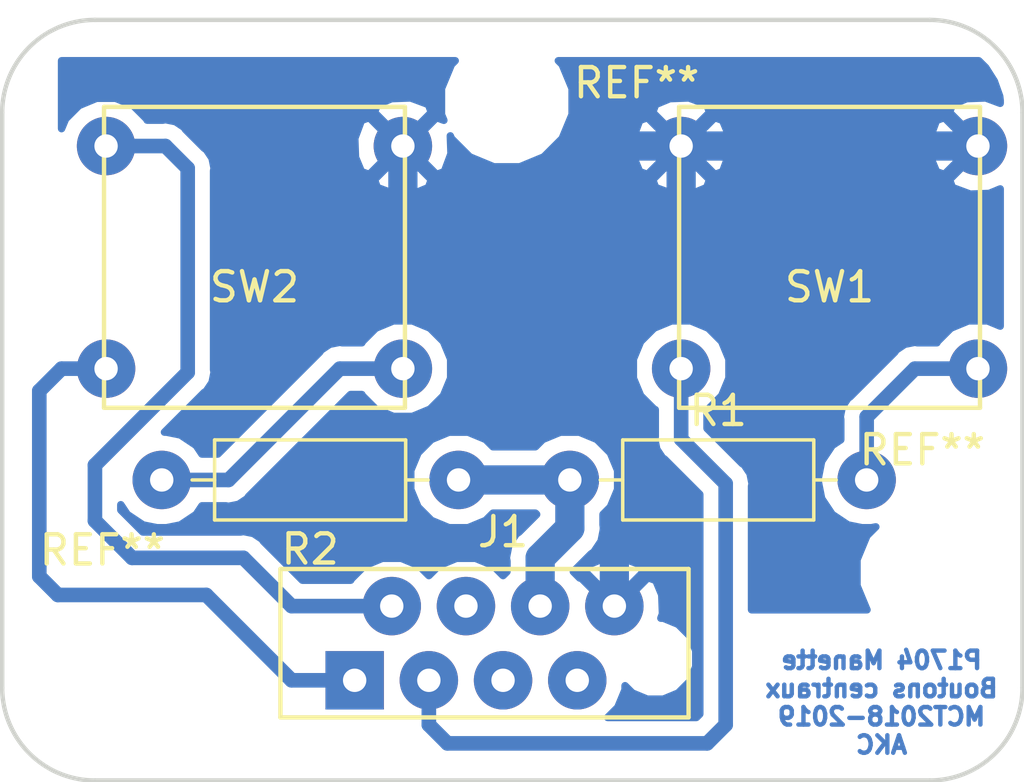
<source format=kicad_pcb>
(kicad_pcb (version 20171130) (host pcbnew "(5.0.0)")

  (general
    (thickness 1.6)
    (drawings 9)
    (tracks 48)
    (zones 0)
    (modules 8)
    (nets 11)
  )

  (page A4)
  (layers
    (0 F.Cu signal)
    (31 B.Cu signal)
    (32 B.Adhes user)
    (33 F.Adhes user)
    (34 B.Paste user)
    (35 F.Paste user)
    (36 B.SilkS user)
    (37 F.SilkS user)
    (38 B.Mask user)
    (39 F.Mask user)
    (40 Dwgs.User user hide)
    (41 Cmts.User user hide)
    (42 Eco1.User user hide)
    (43 Eco2.User user hide)
    (44 Edge.Cuts user)
    (45 Margin user hide)
    (46 B.CrtYd user hide)
    (47 F.CrtYd user hide)
    (48 B.Fab user hide)
    (49 F.Fab user hide)
  )

  (setup
    (last_trace_width 0.5)
    (trace_clearance 0.2)
    (zone_clearance 0.508)
    (zone_45_only no)
    (trace_min 0.2)
    (segment_width 0.2)
    (edge_width 0.15)
    (via_size 0.8)
    (via_drill 0.4)
    (via_min_size 0.4)
    (via_min_drill 0.3)
    (uvia_size 0.3)
    (uvia_drill 0.1)
    (uvias_allowed no)
    (uvia_min_size 0.2)
    (uvia_min_drill 0.1)
    (pcb_text_width 0.3)
    (pcb_text_size 1.5 1.5)
    (mod_edge_width 0.15)
    (mod_text_size 1 1)
    (mod_text_width 0.15)
    (pad_size 2 2)
    (pad_drill 0.8)
    (pad_to_mask_clearance 0.2)
    (aux_axis_origin 0 0)
    (grid_origin 113.919 121.412)
    (visible_elements 7FFFFFFF)
    (pcbplotparams
      (layerselection 0x010fc_ffffffff)
      (usegerberextensions false)
      (usegerberattributes false)
      (usegerberadvancedattributes false)
      (creategerberjobfile false)
      (excludeedgelayer true)
      (linewidth 0.100000)
      (plotframeref false)
      (viasonmask false)
      (mode 1)
      (useauxorigin false)
      (hpglpennumber 1)
      (hpglpenspeed 20)
      (hpglpendiameter 15.000000)
      (psnegative false)
      (psa4output false)
      (plotreference true)
      (plotvalue true)
      (plotinvisibletext false)
      (padsonsilk false)
      (subtractmaskfromsilk false)
      (outputformat 1)
      (mirror false)
      (drillshape 1)
      (scaleselection 1)
      (outputdirectory ""))
  )

  (net 0 "")
  (net 1 button_START)
  (net 2 button_SELECT)
  (net 3 GND)
  (net 4 "Net-(R1-Pad2)")
  (net 5 "Net-(R2-Pad2)")
  (net 6 Vcc)
  (net 7 Conn_LED_On)
  (net 8 "Net-(J1-Pad4)")
  (net 9 "Net-(J1-Pad5)")
  (net 10 "Net-(J1-Pad7)")

  (net_class Default "Ceci est la Netclass par défaut."
    (clearance 0.2)
    (trace_width 0.5)
    (via_dia 0.8)
    (via_drill 0.4)
    (uvia_dia 0.3)
    (uvia_drill 0.1)
    (add_net Conn_LED_On)
    (add_net GND)
    (add_net "Net-(J1-Pad4)")
    (add_net "Net-(J1-Pad5)")
    (add_net "Net-(J1-Pad7)")
    (add_net "Net-(R1-Pad2)")
    (add_net "Net-(R2-Pad2)")
    (add_net Vcc)
    (add_net button_SELECT)
    (add_net button_START)
  )

  (module MountingHole:MountingHole_3.2mm_M3 (layer F.Cu) (tedit 56D1B4CB) (tstamp 5CD78A76)
    (at 139.7 118.745)
    (descr "Mounting Hole 3.2mm, no annular, M3")
    (tags "mounting hole 3.2mm no annular m3")
    (attr virtual)
    (fp_text reference REF** (at 0 -4.2) (layer F.SilkS)
      (effects (font (size 1 1) (thickness 0.15)))
    )
    (fp_text value MountingHole_3.2mm_M3 (at 0 4.2) (layer F.Fab)
      (effects (font (size 1 1) (thickness 0.15)))
    )
    (fp_text user %R (at 0.3 0) (layer F.Fab)
      (effects (font (size 1 1) (thickness 0.15)))
    )
    (fp_circle (center 0 0) (end 3.2 0) (layer Cmts.User) (width 0.15))
    (fp_circle (center 0 0) (end 3.45 0) (layer F.CrtYd) (width 0.05))
    (pad 1 np_thru_hole circle (at 0 0) (size 3.2 3.2) (drill 3.2) (layers *.Cu *.Mask))
  )

  (module MountingHole:MountingHole_3.2mm_M3 (layer F.Cu) (tedit 56D1B4CB) (tstamp 5CD78A76)
    (at 125.476 102.616)
    (descr "Mounting Hole 3.2mm, no annular, M3")
    (tags "mounting hole 3.2mm no annular m3")
    (attr virtual)
    (fp_text reference REF** (at 4.445 -0.635) (layer F.SilkS)
      (effects (font (size 1 1) (thickness 0.15)))
    )
    (fp_text value MountingHole_3.2mm_M3 (at 0 4.2) (layer F.Fab)
      (effects (font (size 1 1) (thickness 0.15)))
    )
    (fp_text user %R (at 0.3 0) (layer F.Fab)
      (effects (font (size 1 1) (thickness 0.15)))
    )
    (fp_circle (center 0 0) (end 3.2 0) (layer Cmts.User) (width 0.15))
    (fp_circle (center 0 0) (end 3.45 0) (layer F.CrtYd) (width 0.05))
    (pad 1 np_thru_hole circle (at 0 0) (size 3.2 3.2) (drill 3.2) (layers *.Cu *.Mask))
  )

  (module MountingHole:MountingHole_3.2mm_M3 (layer F.Cu) (tedit 56D1B4CB) (tstamp 5CD78A76)
    (at 111.633 122.174)
    (descr "Mounting Hole 3.2mm, no annular, M3")
    (tags "mounting hole 3.2mm no annular m3")
    (attr virtual)
    (fp_text reference REF** (at 0 -4.2) (layer F.SilkS)
      (effects (font (size 1 1) (thickness 0.15)))
    )
    (fp_text value MountingHole_3.2mm_M3 (at 0 4.2) (layer F.Fab)
      (effects (font (size 1 1) (thickness 0.15)))
    )
    (fp_text user %R (at 0.3 0) (layer F.Fab)
      (effects (font (size 1 1) (thickness 0.15)))
    )
    (fp_circle (center 0 0) (end 3.2 0) (layer Cmts.User) (width 0.15))
    (fp_circle (center 0 0) (end 3.45 0) (layer F.CrtYd) (width 0.05))
    (pad 1 np_thru_hole circle (at 0 0) (size 3.2 3.2) (drill 3.2) (layers *.Cu *.Mask))
  )

  (module Resistor_THT:R_Axial_DIN0207_L6.3mm_D2.5mm_P10.16mm_Horizontal (layer F.Cu) (tedit 5CCB0259) (tstamp 5CCAAD2F)
    (at 127.635 115.57)
    (descr "Resistor, Axial_DIN0207 series, Axial, Horizontal, pin pitch=10.16mm, 0.25W = 1/4W, length*diameter=6.3*2.5mm^2, http://cdn-reichelt.de/documents/datenblatt/B400/1_4W%23YAG.pdf")
    (tags "Resistor Axial_DIN0207 series Axial Horizontal pin pitch 10.16mm 0.25W = 1/4W length 6.3mm diameter 2.5mm")
    (path /5CCAA564)
    (fp_text reference R1 (at 5.08 -2.37) (layer F.SilkS)
      (effects (font (size 1 1) (thickness 0.15)))
    )
    (fp_text value R (at 5.08 2.37) (layer F.Fab)
      (effects (font (size 1 1) (thickness 0.15)))
    )
    (fp_text user %R (at 5.08 0) (layer F.Fab)
      (effects (font (size 1 1) (thickness 0.15)))
    )
    (fp_line (start 11.21 -1.5) (end -1.05 -1.5) (layer F.CrtYd) (width 0.05))
    (fp_line (start 11.21 1.5) (end 11.21 -1.5) (layer F.CrtYd) (width 0.05))
    (fp_line (start -1.05 1.5) (end 11.21 1.5) (layer F.CrtYd) (width 0.05))
    (fp_line (start -1.05 -1.5) (end -1.05 1.5) (layer F.CrtYd) (width 0.05))
    (fp_line (start 9.12 0) (end 8.35 0) (layer F.SilkS) (width 0.12))
    (fp_line (start 1.04 0) (end 1.81 0) (layer F.SilkS) (width 0.12))
    (fp_line (start 8.35 -1.37) (end 1.81 -1.37) (layer F.SilkS) (width 0.12))
    (fp_line (start 8.35 1.37) (end 8.35 -1.37) (layer F.SilkS) (width 0.12))
    (fp_line (start 1.81 1.37) (end 8.35 1.37) (layer F.SilkS) (width 0.12))
    (fp_line (start 1.81 -1.37) (end 1.81 1.37) (layer F.SilkS) (width 0.12))
    (fp_line (start 10.16 0) (end 8.23 0) (layer F.Fab) (width 0.1))
    (fp_line (start 0 0) (end 1.93 0) (layer F.Fab) (width 0.1))
    (fp_line (start 8.23 -1.25) (end 1.93 -1.25) (layer F.Fab) (width 0.1))
    (fp_line (start 8.23 1.25) (end 8.23 -1.25) (layer F.Fab) (width 0.1))
    (fp_line (start 1.93 1.25) (end 8.23 1.25) (layer F.Fab) (width 0.1))
    (fp_line (start 1.93 -1.25) (end 1.93 1.25) (layer F.Fab) (width 0.1))
    (pad 2 thru_hole oval (at 10.16 0) (size 2 2) (drill 0.8) (layers *.Cu *.Mask)
      (net 4 "Net-(R1-Pad2)"))
    (pad 1 thru_hole circle (at 0 0) (size 2 2) (drill 0.8) (layers *.Cu *.Mask)
      (net 6 Vcc))
    (model ${KISYS3DMOD}/Resistor_THT.3dshapes/R_Axial_DIN0207_L6.3mm_D2.5mm_P10.16mm_Horizontal.wrl
      (at (xyz 0 0 0))
      (scale (xyz 1 1 1))
      (rotate (xyz 0 0 0))
    )
  )

  (module Resistor_THT:R_Axial_DIN0207_L6.3mm_D2.5mm_P10.16mm_Horizontal (layer F.Cu) (tedit 5CCB024B) (tstamp 5CD1401F)
    (at 123.825 115.57 180)
    (descr "Resistor, Axial_DIN0207 series, Axial, Horizontal, pin pitch=10.16mm, 0.25W = 1/4W, length*diameter=6.3*2.5mm^2, http://cdn-reichelt.de/documents/datenblatt/B400/1_4W%23YAG.pdf")
    (tags "Resistor Axial_DIN0207 series Axial Horizontal pin pitch 10.16mm 0.25W = 1/4W length 6.3mm diameter 2.5mm")
    (path /5CCAA43B)
    (fp_text reference R2 (at 5.08 -2.37 180) (layer F.SilkS)
      (effects (font (size 1 1) (thickness 0.15)))
    )
    (fp_text value R (at 5.08 2.37 180) (layer F.Fab)
      (effects (font (size 1 1) (thickness 0.15)))
    )
    (fp_line (start 1.93 -1.25) (end 1.93 1.25) (layer F.Fab) (width 0.1))
    (fp_line (start 1.93 1.25) (end 8.23 1.25) (layer F.Fab) (width 0.1))
    (fp_line (start 8.23 1.25) (end 8.23 -1.25) (layer F.Fab) (width 0.1))
    (fp_line (start 8.23 -1.25) (end 1.93 -1.25) (layer F.Fab) (width 0.1))
    (fp_line (start 0 0) (end 1.93 0) (layer F.Fab) (width 0.1))
    (fp_line (start 10.16 0) (end 8.23 0) (layer F.Fab) (width 0.1))
    (fp_line (start 1.81 -1.37) (end 1.81 1.37) (layer F.SilkS) (width 0.12))
    (fp_line (start 1.81 1.37) (end 8.35 1.37) (layer F.SilkS) (width 0.12))
    (fp_line (start 8.35 1.37) (end 8.35 -1.37) (layer F.SilkS) (width 0.12))
    (fp_line (start 8.35 -1.37) (end 1.81 -1.37) (layer F.SilkS) (width 0.12))
    (fp_line (start 1.04 0) (end 1.81 0) (layer F.SilkS) (width 0.12))
    (fp_line (start 9.12 0) (end 8.35 0) (layer F.SilkS) (width 0.12))
    (fp_line (start -1.05 -1.5) (end -1.05 1.5) (layer F.CrtYd) (width 0.05))
    (fp_line (start -1.05 1.5) (end 11.21 1.5) (layer F.CrtYd) (width 0.05))
    (fp_line (start 11.21 1.5) (end 11.21 -1.5) (layer F.CrtYd) (width 0.05))
    (fp_line (start 11.21 -1.5) (end -1.05 -1.5) (layer F.CrtYd) (width 0.05))
    (fp_text user %R (at 5.08 0 180) (layer F.Fab)
      (effects (font (size 1 1) (thickness 0.15)))
    )
    (pad 1 thru_hole circle (at 0 0 180) (size 2 2) (drill 0.8) (layers *.Cu *.Mask)
      (net 6 Vcc))
    (pad 2 thru_hole oval (at 10.16 0 180) (size 2 2) (drill 0.8) (layers *.Cu *.Mask)
      (net 5 "Net-(R2-Pad2)"))
    (model ${KISYS3DMOD}/Resistor_THT.3dshapes/R_Axial_DIN0207_L6.3mm_D2.5mm_P10.16mm_Horizontal.wrl
      (at (xyz 0 0 0))
      (scale (xyz 1 1 1))
      (rotate (xyz 0 0 0))
    )
  )

  (module Button_Switch_THT:Bouton_MEC (layer F.Cu) (tedit 5CC6DCB1) (tstamp 5CCAAD52)
    (at 136.525 107.95)
    (path /5CCA9747)
    (fp_text reference SW1 (at 0 1.016) (layer F.SilkS)
      (effects (font (size 1 1) (thickness 0.15)))
    )
    (fp_text value Button_Start (at 0 -0.508) (layer F.Fab)
      (effects (font (size 1 1) (thickness 0.15)))
    )
    (fp_line (start -5.15 -5.15) (end -5.15 5.15) (layer F.SilkS) (width 0.15))
    (fp_line (start 5.15 5.15) (end 5.15 -5.15) (layer F.SilkS) (width 0.15))
    (fp_line (start 5.15 -5.15) (end -5.15 -5.15) (layer F.SilkS) (width 0.15))
    (fp_line (start -5.15 5.15) (end 5.15 5.15) (layer F.SilkS) (width 0.15))
    (pad 4 thru_hole circle (at -5.08 3.81) (size 2 2) (drill 0.8) (layers *.Cu *.Mask)
      (net 1 button_START))
    (pad 3 thru_hole circle (at 5.08 3.81) (size 2 2) (drill 0.8) (layers *.Cu *.Mask)
      (net 4 "Net-(R1-Pad2)"))
    (pad 2 thru_hole circle (at -5.08 -3.81) (size 2 2) (drill 0.8) (layers *.Cu *.Mask)
      (net 3 GND))
    (pad 1 thru_hole circle (at 5.08 -3.81) (size 2 2) (drill 0.8) (layers *.Cu *.Mask)
      (net 3 GND))
  )

  (module Button_Switch_THT:Bouton_MEC (layer F.Cu) (tedit 5CC6DCB1) (tstamp 5CCAAD5E)
    (at 116.84 107.95)
    (path /5CCA9816)
    (fp_text reference SW2 (at 0 1.016) (layer F.SilkS)
      (effects (font (size 1 1) (thickness 0.15)))
    )
    (fp_text value Button_Select (at 0 -0.508) (layer F.Fab)
      (effects (font (size 1 1) (thickness 0.15)))
    )
    (fp_line (start -5.15 -5.15) (end -5.15 5.15) (layer F.SilkS) (width 0.15))
    (fp_line (start 5.15 5.15) (end 5.15 -5.15) (layer F.SilkS) (width 0.15))
    (fp_line (start 5.15 -5.15) (end -5.15 -5.15) (layer F.SilkS) (width 0.15))
    (fp_line (start -5.15 5.15) (end 5.15 5.15) (layer F.SilkS) (width 0.15))
    (pad 4 thru_hole circle (at -5.08 3.81) (size 2 2) (drill 0.8) (layers *.Cu *.Mask)
      (net 2 button_SELECT))
    (pad 3 thru_hole circle (at 5.08 3.81) (size 2 2) (drill 0.8) (layers *.Cu *.Mask)
      (net 5 "Net-(R2-Pad2)"))
    (pad 2 thru_hole circle (at -5.08 -3.81) (size 2 2) (drill 0.8) (layers *.Cu *.Mask)
      (net 7 Conn_LED_On))
    (pad 1 thru_hole circle (at 5.08 -3.81) (size 2 2) (drill 0.8) (layers *.Cu *.Mask)
      (net 3 GND))
  )

  (module manette_2019:Conn_8 (layer F.Cu) (tedit 5CCFE5A6) (tstamp 5CD02C73)
    (at 125.349 121.158)
    (path /5CD02BF6)
    (fp_text reference J1 (at 0 -3.81) (layer F.SilkS)
      (effects (font (size 1 1) (thickness 0.15)))
    )
    (fp_text value Conn_Middle_PCB (at 0 -5.08) (layer F.Fab)
      (effects (font (size 1 1) (thickness 0.15)))
    )
    (fp_line (start -7.62 -2.54) (end -7.62 2.54) (layer F.SilkS) (width 0.15))
    (fp_line (start -7.62 2.54) (end 6.35 2.54) (layer F.SilkS) (width 0.15))
    (fp_line (start 6.35 2.54) (end 6.35 -2.54) (layer F.SilkS) (width 0.15))
    (fp_line (start 6.35 -2.54) (end -7.62 -2.54) (layer F.SilkS) (width 0.15))
    (pad 1 thru_hole rect (at -5.08 1.27) (size 2 2) (drill 0.8) (layers *.Cu *.Mask)
      (net 2 button_SELECT))
    (pad 2 thru_hole circle (at -3.81 -1.27) (size 2 2) (drill 0.8) (layers *.Cu *.Mask)
      (net 7 Conn_LED_On))
    (pad 3 thru_hole circle (at -2.54 1.27) (size 2 2) (drill 0.8) (layers *.Cu *.Mask)
      (net 1 button_START))
    (pad 4 thru_hole circle (at -1.27 -1.27) (size 2 2) (drill 0.8) (layers *.Cu *.Mask)
      (net 8 "Net-(J1-Pad4)"))
    (pad 5 thru_hole circle (at 0 1.27) (size 2 2) (drill 0.8) (layers *.Cu *.Mask)
      (net 9 "Net-(J1-Pad5)"))
    (pad 6 thru_hole circle (at 1.27 -1.27) (size 2 2) (drill 0.8) (layers *.Cu *.Mask)
      (net 6 Vcc))
    (pad 7 thru_hole circle (at 2.54 1.27) (size 2 2) (drill 0.8) (layers *.Cu *.Mask)
      (net 10 "Net-(J1-Pad7)"))
    (pad 8 thru_hole circle (at 3.81 -1.27) (size 2 2) (drill 0.8) (layers *.Cu *.Mask)
      (net 3 GND))
    (pad "" np_thru_hole circle (at 5.21 0.53) (size 1.5 1.5) (drill 1.5) (layers *.Cu *.Mask))
  )

  (gr_arc (start 111.379 102.997) (end 111.379 99.822) (angle -90) (layer Edge.Cuts) (width 0.15))
  (gr_arc (start 111.379 122.682) (end 108.204 122.682) (angle -90) (layer Edge.Cuts) (width 0.15))
  (gr_arc (start 139.954 122.682) (end 139.954 125.857) (angle -90) (layer Edge.Cuts) (width 0.15))
  (gr_arc (start 139.954 102.997) (end 143.129 102.997) (angle -90) (layer Edge.Cuts) (width 0.15))
  (gr_text "P1704 Manette\nBoutons centraux\nMCT2018-2019\nAKC\n" (at 138.303 123.19) (layer B.Cu)
    (effects (font (size 0.6 0.6) (thickness 0.15)) (justify mirror))
  )
  (gr_line (start 108.204 102.997) (end 108.204 122.682) (layer Edge.Cuts) (width 0.15))
  (gr_line (start 139.954 99.822) (end 111.379 99.822) (layer Edge.Cuts) (width 0.15))
  (gr_line (start 143.129 122.682) (end 143.129 102.997) (layer Edge.Cuts) (width 0.15))
  (gr_line (start 111.379 125.857) (end 139.954 125.857) (layer Edge.Cuts) (width 0.15))

  (segment (start 131.445 114.173) (end 131.445 111.76) (width 0.5) (layer B.Cu) (net 1))
  (segment (start 122.809 123.952) (end 123.444 124.587) (width 0.5) (layer B.Cu) (net 1))
  (segment (start 122.809 122.428) (end 122.809 123.952) (width 0.5) (layer B.Cu) (net 1))
  (segment (start 123.444 124.587) (end 132.334 124.587) (width 0.5) (layer B.Cu) (net 1))
  (segment (start 132.334 124.587) (end 132.969 123.952) (width 0.5) (layer B.Cu) (net 1))
  (segment (start 132.969 123.952) (end 132.969 115.697) (width 0.5) (layer B.Cu) (net 1))
  (segment (start 132.969 115.697) (end 131.445 114.173) (width 0.5) (layer B.Cu) (net 1))
  (segment (start 110.236 111.76) (end 111.76 111.76) (width 0.5) (layer B.Cu) (net 2))
  (segment (start 118.11 122.428) (end 115.189 119.507) (width 0.5) (layer B.Cu) (net 2))
  (segment (start 115.189 119.507) (end 110.109 119.507) (width 0.5) (layer B.Cu) (net 2))
  (segment (start 110.109 119.507) (end 109.474 118.872) (width 0.5) (layer B.Cu) (net 2))
  (segment (start 120.269 122.428) (end 118.11 122.428) (width 0.5) (layer B.Cu) (net 2))
  (segment (start 109.474 118.872) (end 109.474 112.522) (width 0.5) (layer B.Cu) (net 2))
  (segment (start 109.474 112.522) (end 110.236 111.76) (width 0.5) (layer B.Cu) (net 2))
  (segment (start 132.859213 104.14) (end 141.605 104.14) (width 1) (layer B.Cu) (net 3))
  (segment (start 131.445 104.14) (end 132.859213 104.14) (width 1) (layer B.Cu) (net 3))
  (segment (start 131.445 106.426) (end 131.445 104.14) (width 1) (layer B.Cu) (net 3))
  (segment (start 131.445 108.331) (end 131.445 106.426) (width 1) (layer B.Cu) (net 3))
  (segment (start 129.159 116.967) (end 129.794 116.332) (width 1) (layer B.Cu) (net 3))
  (segment (start 129.159 119.888) (end 129.159 116.967) (width 1) (layer B.Cu) (net 3))
  (segment (start 129.794 113.792) (end 129.159 113.157) (width 1) (layer B.Cu) (net 3))
  (segment (start 129.794 116.332) (end 129.794 113.792) (width 1) (layer B.Cu) (net 3))
  (segment (start 129.159 113.157) (end 129.159 110.617) (width 1) (layer B.Cu) (net 3))
  (segment (start 129.159 110.617) (end 131.445 108.331) (width 1) (layer B.Cu) (net 3))
  (segment (start 121.92 105.918) (end 121.92 104.14) (width 1) (layer B.Cu) (net 3))
  (segment (start 122.682 106.68) (end 121.92 105.918) (width 1) (layer B.Cu) (net 3))
  (segment (start 126.873 106.68) (end 122.682 106.68) (width 1) (layer B.Cu) (net 3))
  (segment (start 131.445 104.14) (end 129.413 104.14) (width 1) (layer B.Cu) (net 3))
  (segment (start 129.413 104.14) (end 126.873 106.68) (width 1) (layer B.Cu) (net 3))
  (segment (start 137.795 115.57) (end 137.795 113.411) (width 0.5) (layer B.Cu) (net 4))
  (segment (start 139.446 111.76) (end 141.605 111.76) (width 0.5) (layer B.Cu) (net 4))
  (segment (start 137.795 113.411) (end 139.446 111.76) (width 0.5) (layer B.Cu) (net 4))
  (segment (start 113.665 115.57) (end 115.951 115.57) (width 0.5) (layer B.Cu) (net 5))
  (segment (start 119.761 111.76) (end 121.92 111.76) (width 0.5) (layer B.Cu) (net 5))
  (segment (start 115.951 115.57) (end 119.761 111.76) (width 0.5) (layer B.Cu) (net 5))
  (segment (start 126.619 119.888) (end 126.619 118.237) (width 1) (layer B.Cu) (net 6))
  (segment (start 127.635 117.221) (end 127.635 115.57) (width 1) (layer B.Cu) (net 6))
  (segment (start 126.619 118.237) (end 127.635 117.221) (width 1) (layer B.Cu) (net 6))
  (segment (start 123.825 115.57) (end 127.635 115.57) (width 1) (layer B.Cu) (net 6))
  (segment (start 121.539 119.888) (end 118.11 119.888) (width 0.5) (layer B.Cu) (net 7))
  (segment (start 118.11 119.888) (end 116.459 118.237) (width 0.5) (layer B.Cu) (net 7))
  (segment (start 116.459 118.237) (end 112.649 118.237) (width 0.5) (layer B.Cu) (net 7))
  (segment (start 112.649 118.237) (end 111.379 116.967) (width 0.5) (layer B.Cu) (net 7))
  (segment (start 111.379 116.967) (end 111.379 115.062) (width 0.5) (layer B.Cu) (net 7))
  (segment (start 111.379 115.062) (end 114.554 111.887) (width 0.5) (layer B.Cu) (net 7))
  (segment (start 114.554 111.887) (end 114.554 104.902) (width 0.5) (layer B.Cu) (net 7))
  (segment (start 113.792 104.14) (end 111.76 104.14) (width 0.5) (layer B.Cu) (net 7))
  (segment (start 114.554 104.902) (end 113.792 104.14) (width 0.5) (layer B.Cu) (net 7))

  (zone (net 3) (net_name GND) (layer B.Cu) (tstamp 5CD03017) (hatch edge 0.508)
    (connect_pads (clearance 0.508))
    (min_thickness 0.254)
    (fill yes (arc_segments 16) (thermal_gap 0.508) (thermal_bridge_width 0.508))
    (polygon
      (pts
        (xy 110.109 125.222) (xy 133.604 125.222) (xy 133.604 120.142) (xy 142.494 120.142) (xy 142.494 101.092)
        (xy 110.109 101.092)
      )
    )
    (filled_polygon
      (pts
        (xy 123.581259 101.349974) (xy 123.241 102.171431) (xy 123.241 103.060569) (xy 123.323559 103.259884) (xy 123.072532 103.167073)
        (xy 122.099605 104.14) (xy 123.072532 105.112927) (xy 123.339387 105.014264) (xy 123.565908 104.404539) (xy 123.543171 103.790073)
        (xy 123.581259 103.882026) (xy 124.209974 104.510741) (xy 125.031431 104.851) (xy 125.920569 104.851) (xy 126.742026 104.510741)
        (xy 127.370741 103.882026) (xy 127.37346 103.875461) (xy 129.799092 103.875461) (xy 129.823144 104.52546) (xy 130.025613 105.014264)
        (xy 130.292468 105.112927) (xy 131.265395 104.14) (xy 131.624605 104.14) (xy 132.597532 105.112927) (xy 132.864387 105.014264)
        (xy 133.090908 104.404539) (xy 133.071331 103.875461) (xy 139.959092 103.875461) (xy 139.983144 104.52546) (xy 140.185613 105.014264)
        (xy 140.452468 105.112927) (xy 141.425395 104.14) (xy 140.452468 103.167073) (xy 140.185613 103.265736) (xy 139.959092 103.875461)
        (xy 133.071331 103.875461) (xy 133.066856 103.75454) (xy 132.864387 103.265736) (xy 132.597532 103.167073) (xy 131.624605 104.14)
        (xy 131.265395 104.14) (xy 130.292468 103.167073) (xy 130.025613 103.265736) (xy 129.799092 103.875461) (xy 127.37346 103.875461)
        (xy 127.711 103.060569) (xy 127.711 102.987468) (xy 130.472073 102.987468) (xy 131.445 103.960395) (xy 132.417927 102.987468)
        (xy 132.319264 102.720613) (xy 131.709539 102.494092) (xy 131.05954 102.518144) (xy 130.570736 102.720613) (xy 130.472073 102.987468)
        (xy 127.711 102.987468) (xy 127.711 102.171431) (xy 127.370741 101.349974) (xy 127.239767 101.219) (xy 141.633732 101.219)
        (xy 141.871597 101.45521) (xy 142.165525 101.918367) (xy 142.349538 102.435134) (xy 142.367 102.581575) (xy 142.367 102.678905)
        (xy 141.869539 102.494092) (xy 141.21954 102.518144) (xy 140.730736 102.720613) (xy 140.632073 102.987468) (xy 141.605 103.960395)
        (xy 141.619143 103.946253) (xy 141.798748 104.125858) (xy 141.784605 104.14) (xy 141.798748 104.154143) (xy 141.619143 104.333748)
        (xy 141.605 104.319605) (xy 140.632073 105.292532) (xy 140.730736 105.559387) (xy 141.340461 105.785908) (xy 141.99046 105.761856)
        (xy 142.367 105.605888) (xy 142.367 110.305919) (xy 141.930222 110.125) (xy 141.279778 110.125) (xy 140.678847 110.373914)
        (xy 140.218914 110.833847) (xy 140.201868 110.875) (xy 139.533161 110.875) (xy 139.446 110.857663) (xy 139.358839 110.875)
        (xy 139.358835 110.875) (xy 139.10069 110.926348) (xy 138.881845 111.072576) (xy 138.881844 111.072577) (xy 138.807951 111.121951)
        (xy 138.758577 111.195844) (xy 137.230845 112.723577) (xy 137.156952 112.772951) (xy 137.107578 112.846844) (xy 137.107576 112.846846)
        (xy 136.961348 113.065691) (xy 136.892663 113.411) (xy 136.910001 113.498165) (xy 136.910001 114.19494) (xy 136.616231 114.391231)
        (xy 136.254864 114.932055) (xy 136.127969 115.57) (xy 136.254864 116.207945) (xy 136.616231 116.748769) (xy 137.157055 117.110136)
        (xy 137.633969 117.205) (xy 137.956031 117.205) (xy 138.109824 117.174409) (xy 137.805259 117.478974) (xy 137.465 118.300431)
        (xy 137.465 119.189569) (xy 137.805259 120.011026) (xy 137.809233 120.015) (xy 133.854 120.015) (xy 133.854 115.784159)
        (xy 133.871337 115.696999) (xy 133.854 115.609839) (xy 133.854 115.609835) (xy 133.802652 115.35169) (xy 133.607049 115.058951)
        (xy 133.533156 115.009577) (xy 132.33 113.806422) (xy 132.33 113.163132) (xy 132.371153 113.146086) (xy 132.831086 112.686153)
        (xy 133.08 112.085222) (xy 133.08 111.434778) (xy 132.831086 110.833847) (xy 132.371153 110.373914) (xy 131.770222 110.125)
        (xy 131.119778 110.125) (xy 130.518847 110.373914) (xy 130.058914 110.833847) (xy 129.81 111.434778) (xy 129.81 112.085222)
        (xy 130.058914 112.686153) (xy 130.518847 113.146086) (xy 130.56 113.163132) (xy 130.56 114.085839) (xy 130.542663 114.173)
        (xy 130.56 114.260161) (xy 130.56 114.260164) (xy 130.611348 114.518309) (xy 130.806951 114.811049) (xy 130.880847 114.860425)
        (xy 132.084001 116.06358) (xy 132.084 123.585421) (xy 131.967422 123.702) (xy 128.927239 123.702) (xy 129.275086 123.354153)
        (xy 129.524 122.753222) (xy 129.524 122.611687) (xy 129.77446 122.862147) (xy 130.283506 123.073) (xy 130.834494 123.073)
        (xy 131.34354 122.862147) (xy 131.733147 122.47254) (xy 131.944 121.963494) (xy 131.944 121.412506) (xy 131.733147 120.90346)
        (xy 131.34354 120.513853) (xy 130.834494 120.303) (xy 130.74901 120.303) (xy 130.804908 120.152539) (xy 130.780856 119.50254)
        (xy 130.578387 119.013736) (xy 130.311532 118.915073) (xy 129.338605 119.888) (xy 129.352748 119.902143) (xy 129.173143 120.081748)
        (xy 129.159 120.067605) (xy 129.144858 120.081748) (xy 128.965253 119.902143) (xy 128.979395 119.888) (xy 128.006468 118.915073)
        (xy 127.971311 118.928072) (xy 127.778707 118.735468) (xy 128.186073 118.735468) (xy 129.159 119.708395) (xy 130.131927 118.735468)
        (xy 130.033264 118.468613) (xy 129.423539 118.242092) (xy 128.77354 118.266144) (xy 128.284736 118.468613) (xy 128.186073 118.735468)
        (xy 127.778707 118.735468) (xy 127.754 118.710761) (xy 127.754 118.707131) (xy 128.358521 118.102611) (xy 128.453289 118.039289)
        (xy 128.704146 117.663855) (xy 128.77 117.332783) (xy 128.77 117.332782) (xy 128.792235 117.221) (xy 128.77 117.109217)
        (xy 128.77 116.747239) (xy 129.021086 116.496153) (xy 129.27 115.895222) (xy 129.27 115.244778) (xy 129.021086 114.643847)
        (xy 128.561153 114.183914) (xy 127.960222 113.935) (xy 127.309778 113.935) (xy 126.708847 114.183914) (xy 126.457761 114.435)
        (xy 125.002239 114.435) (xy 124.751153 114.183914) (xy 124.150222 113.935) (xy 123.499778 113.935) (xy 122.898847 114.183914)
        (xy 122.438914 114.643847) (xy 122.19 115.244778) (xy 122.19 115.895222) (xy 122.438914 116.496153) (xy 122.898847 116.956086)
        (xy 123.499778 117.205) (xy 124.150222 117.205) (xy 124.751153 116.956086) (xy 125.002239 116.705) (xy 126.457761 116.705)
        (xy 126.5 116.747239) (xy 126.5 116.750868) (xy 125.895479 117.355389) (xy 125.800712 117.418711) (xy 125.676205 117.605049)
        (xy 125.549854 117.794146) (xy 125.461765 118.237) (xy 125.484 118.348783) (xy 125.484 118.710761) (xy 125.349 118.845761)
        (xy 125.005153 118.501914) (xy 124.404222 118.253) (xy 123.753778 118.253) (xy 123.152847 118.501914) (xy 122.809 118.845761)
        (xy 122.465153 118.501914) (xy 121.864222 118.253) (xy 121.213778 118.253) (xy 120.612847 118.501914) (xy 120.152914 118.961847)
        (xy 120.135868 119.003) (xy 118.476579 119.003) (xy 117.146425 117.672847) (xy 117.097049 117.598951) (xy 116.80431 117.403348)
        (xy 116.546165 117.352) (xy 116.546161 117.352) (xy 116.459 117.334663) (xy 116.371839 117.352) (xy 113.015579 117.352)
        (xy 112.264 116.600422) (xy 112.264 116.416177) (xy 112.486231 116.748769) (xy 113.027055 117.110136) (xy 113.503969 117.205)
        (xy 113.826031 117.205) (xy 114.302945 117.110136) (xy 114.843769 116.748769) (xy 115.040059 116.455) (xy 115.863839 116.455)
        (xy 115.951 116.472337) (xy 116.038161 116.455) (xy 116.038165 116.455) (xy 116.29631 116.403652) (xy 116.589049 116.208049)
        (xy 116.638425 116.134153) (xy 120.127579 112.645) (xy 120.516868 112.645) (xy 120.533914 112.686153) (xy 120.993847 113.146086)
        (xy 121.594778 113.395) (xy 122.245222 113.395) (xy 122.846153 113.146086) (xy 123.306086 112.686153) (xy 123.555 112.085222)
        (xy 123.555 111.434778) (xy 123.306086 110.833847) (xy 122.846153 110.373914) (xy 122.245222 110.125) (xy 121.594778 110.125)
        (xy 120.993847 110.373914) (xy 120.533914 110.833847) (xy 120.516868 110.875) (xy 119.848161 110.875) (xy 119.761 110.857663)
        (xy 119.673839 110.875) (xy 119.673835 110.875) (xy 119.41569 110.926348) (xy 119.196845 111.072576) (xy 119.196844 111.072577)
        (xy 119.122951 111.121951) (xy 119.073577 111.195844) (xy 115.584422 114.685) (xy 115.040059 114.685) (xy 114.843769 114.391231)
        (xy 114.302945 114.029864) (xy 113.826031 113.935) (xy 113.757579 113.935) (xy 115.118156 112.574423) (xy 115.192049 112.525049)
        (xy 115.252329 112.434835) (xy 115.278669 112.395414) (xy 115.387652 112.23231) (xy 115.439 111.974165) (xy 115.439 111.97416)
        (xy 115.456337 111.887001) (xy 115.439 111.799841) (xy 115.439 105.292532) (xy 120.947073 105.292532) (xy 121.045736 105.559387)
        (xy 121.655461 105.785908) (xy 122.30546 105.761856) (xy 122.794264 105.559387) (xy 122.892927 105.292532) (xy 130.472073 105.292532)
        (xy 130.570736 105.559387) (xy 131.180461 105.785908) (xy 131.83046 105.761856) (xy 132.319264 105.559387) (xy 132.417927 105.292532)
        (xy 131.445 104.319605) (xy 130.472073 105.292532) (xy 122.892927 105.292532) (xy 121.92 104.319605) (xy 120.947073 105.292532)
        (xy 115.439 105.292532) (xy 115.439 104.989161) (xy 115.456337 104.902) (xy 115.439 104.814839) (xy 115.439 104.814835)
        (xy 115.387652 104.55669) (xy 115.339957 104.48531) (xy 115.241424 104.337845) (xy 115.241423 104.337844) (xy 115.192049 104.263951)
        (xy 115.118156 104.214577) (xy 114.77904 103.875461) (xy 120.274092 103.875461) (xy 120.298144 104.52546) (xy 120.500613 105.014264)
        (xy 120.767468 105.112927) (xy 121.740395 104.14) (xy 120.767468 103.167073) (xy 120.500613 103.265736) (xy 120.274092 103.875461)
        (xy 114.77904 103.875461) (xy 114.479425 103.575847) (xy 114.430049 103.501951) (xy 114.13731 103.306348) (xy 113.879165 103.255)
        (xy 113.879161 103.255) (xy 113.792 103.237663) (xy 113.704839 103.255) (xy 113.163132 103.255) (xy 113.146086 103.213847)
        (xy 112.919707 102.987468) (xy 120.947073 102.987468) (xy 121.92 103.960395) (xy 122.892927 102.987468) (xy 122.794264 102.720613)
        (xy 122.184539 102.494092) (xy 121.53454 102.518144) (xy 121.045736 102.720613) (xy 120.947073 102.987468) (xy 112.919707 102.987468)
        (xy 112.686153 102.753914) (xy 112.085222 102.505) (xy 111.434778 102.505) (xy 110.833847 102.753914) (xy 110.373914 103.213847)
        (xy 110.236 103.546801) (xy 110.236 101.219) (xy 123.712233 101.219)
      )
    )
  )
)

</source>
